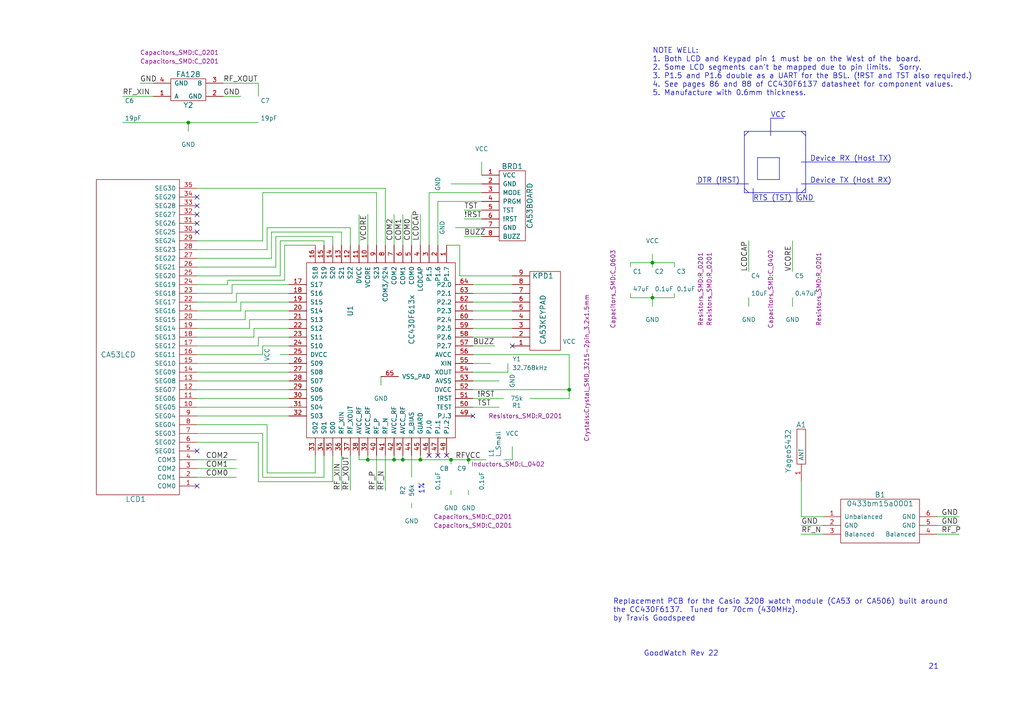
<source format=kicad_sch>
(kicad_sch (version 20230121) (generator eeschema)
  (paper "A4")
  (lib_symbols
    (symbol "goodwatch22:0433bm15a0001" (pin_names (offset 1.016))
      (property "Reference" "U" (at -1.27 10.16 0))
      (property "Value" "0433bm15a0001" (at -1.27 7.62 0))
      (symbol "0433bm15a0001_0_1"
        (rectangle (start -12.7 -3.81) (end 10.16 8.89))
      )
      (symbol "0433bm15a0001_1_1"
        (pin input line (at -17.78 3.81 0) (length 5.08) (name "Unbalanced") (number "1"))
        (pin input line (at -17.78 1.27 0) (length 5.08) (name "GND") (number "2"))
        (pin input line (at -17.78 -1.27 0) (length 5.08) (name "Balanced") (number "3"))
        (pin input line (at 15.24 -1.27 180) (length 5.08) (name "Balanced") (number "4"))
        (pin input line (at 15.24 1.27 180) (length 5.08) (name "GND") (number "5"))
        (pin input line (at 15.24 3.81 180) (length 5.08) (name "GND") (number "6"))
      )
    )
    (symbol "goodwatch22:CA53BOARD" (pin_names (offset 1.016))
      (property "Reference" "BRD" (at 12.7 -7.62 0))
      (property "Value" "CA53BOARD" (at 11.43 17.78 0))
      (symbol "CA53BOARD_0_1"
        (rectangle (start 8.89 -6.35) (end 16.51 13.97))
      )
      (symbol "CA53BOARD_1_1"
        (pin power_out line (at 3.81 12.7 0) (length 5.08) (name "VCC") (number "1"))
        (pin power_out line (at 3.81 10.16 0) (length 5.08) (name "GND") (number "2"))
        (pin output line (at 3.81 7.62 0) (length 5.08) (name "MODE") (number "3"))
        (pin output line (at 3.81 5.08 0) (length 5.08) (name "PRGM") (number "4"))
        (pin input line (at 3.81 2.54 0) (length 5.08) (name "TST") (number "5"))
        (pin input line (at 3.81 0 0) (length 5.08) (name "!RST") (number "6"))
        (pin input line (at 3.81 -2.54 0) (length 5.08) (name "GND") (number "7"))
        (pin input line (at 3.81 -5.08 0) (length 5.08) (name "BUZZ") (number "8"))
      )
    )
    (symbol "goodwatch22:CA53KEYPAD" (pin_names (offset 1.016))
      (property "Reference" "KPD" (at 3.81 -10.16 0))
      (property "Value" "CA53KEYPAD" (at 3.81 2.54 90))
      (symbol "CA53KEYPAD_0_1"
        (rectangle (start 0 11.43) (end 8.89 -11.43))
      )
      (symbol "CA53KEYPAD_1_1"
        (pin input line (at -5.08 10.16 0) (length 5.08) (name "~") (number "1"))
        (pin input line (at -5.08 7.62 0) (length 5.08) (name "~") (number "2"))
        (pin input line (at -5.08 5.08 0) (length 5.08) (name "~") (number "3"))
        (pin input line (at -5.08 2.54 0) (length 5.08) (name "~") (number "4"))
        (pin input line (at -5.08 0 0) (length 5.08) (name "~") (number "5"))
        (pin input line (at -5.08 -2.54 0) (length 5.08) (name "~") (number "6"))
        (pin input line (at -5.08 -5.08 0) (length 5.08) (name "~") (number "7"))
        (pin input line (at -5.08 -7.62 0) (length 5.08) (name "~") (number "8"))
        (pin input line (at -5.08 -10.16 0) (length 5.08) (name "~") (number "9"))
      )
    )
    (symbol "goodwatch22:CA53LCD" (pin_names (offset 1.016))
      (property "Reference" "LCD" (at -5.08 45.72 0))
      (property "Value" "CA53LCD" (at 0 3.81 0))
      (symbol "CA53LCD_0_1"
        (rectangle (start 6.35 -46.99) (end -17.78 44.45))
      )
      (symbol "CA53LCD_1_1"
        (pin input line (at -22.86 41.91 0) (length 5.08) (name "COM0") (number "1"))
        (pin input line (at -22.86 19.05 0) (length 5.08) (name "SEG05") (number "10"))
        (pin input line (at -22.86 16.51 0) (length 5.08) (name "SEG06") (number "11"))
        (pin input line (at -22.86 13.97 0) (length 5.08) (name "SEG07") (number "12"))
        (pin input line (at -22.86 11.43 0) (length 5.08) (name "SEG08") (number "13"))
        (pin input line (at -22.86 8.89 0) (length 5.08) (name "SEG09") (number "14"))
        (pin input line (at -22.86 6.35 0) (length 5.08) (name "SEG10") (number "15"))
        (pin input line (at -22.86 3.81 0) (length 5.08) (name "SEG11") (number "16"))
        (pin input line (at -22.86 1.27 0) (length 5.08) (name "SEG12") (number "17"))
        (pin input line (at -22.86 -1.27 0) (length 5.08) (name "SEG13") (number "18"))
        (pin input line (at -22.86 -3.81 0) (length 5.08) (name "SEG14") (number "19"))
        (pin input line (at -22.86 39.37 0) (length 5.08) (name "COM1") (number "2"))
        (pin input line (at -22.86 -6.35 0) (length 5.08) (name "SEG15") (number "20"))
        (pin input line (at -22.86 -8.89 0) (length 5.08) (name "SEG16") (number "21"))
        (pin input line (at -22.86 -11.43 0) (length 5.08) (name "SEG17") (number "22"))
        (pin input line (at -22.86 -13.97 0) (length 5.08) (name "SEG18") (number "23"))
        (pin input line (at -22.86 -16.51 0) (length 5.08) (name "SEG19") (number "24"))
        (pin input line (at -22.86 -19.05 0) (length 5.08) (name "SEG20") (number "25"))
        (pin input line (at -22.86 -21.59 0) (length 5.08) (name "SEG21") (number "26"))
        (pin input line (at -22.86 -24.13 0) (length 5.08) (name "SEG22") (number "27"))
        (pin input line (at -22.86 -26.67 0) (length 5.08) (name "SEG23") (number "28"))
        (pin input line (at -22.86 -29.21 0) (length 5.08) (name "SEG24") (number "29"))
        (pin input line (at -22.86 36.83 0) (length 5.08) (name "COM2") (number "3"))
        (pin input line (at -22.86 -31.75 0) (length 5.08) (name "SEG25") (number "30"))
        (pin input line (at -22.86 -34.29 0) (length 5.08) (name "SEG26") (number "31"))
        (pin input line (at -22.86 -36.83 0) (length 5.08) (name "SEG27") (number "32"))
        (pin input line (at -22.86 -39.37 0) (length 5.08) (name "SEG28") (number "33"))
        (pin input line (at -22.86 -41.91 0) (length 5.08) (name "SEG29") (number "34"))
        (pin input line (at -22.86 -44.45 0) (length 5.08) (name "SEG30") (number "35"))
        (pin input line (at -22.86 34.29 0) (length 5.08) (name "COM3") (number "4"))
        (pin input line (at -22.86 31.75 0) (length 5.08) (name "SEG01") (number "5"))
        (pin input line (at -22.86 29.21 0) (length 5.08) (name "SEG02") (number "6"))
        (pin input line (at -22.86 26.67 0) (length 5.08) (name "SEG03") (number "7"))
        (pin input line (at -22.86 24.13 0) (length 5.08) (name "SEG04") (number "8"))
        (pin input line (at -22.86 21.59 0) (length 5.08) (name "SEG04") (number "9"))
      )
    )
    (symbol "goodwatch22:CC430F613x" (pin_names (offset 1.016))
      (property "Reference" "U" (at -11.43 -8.89 0))
      (property "Value" "CC430F613x" (at -8.89 8.89 0))
      (symbol "CC430F613x_0_1"
        (rectangle (start 25.4 -21.59) (end -25.4 21.59))
      )
      (symbol "CC430F613x_1_1"
        (pin tri_state line (at -30.48 19.05 0) (length 5.08) (name "P1.7") (number "1"))
        (pin power_out line (at -30.48 -3.81 0) (length 5.08) (name "VCORE") (number "10"))
        (pin power_in line (at -30.48 -6.35 0) (length 5.08) (name "DVCC") (number "11"))
        (pin output line (at -30.48 -8.89 0) (length 5.08) (name "S22") (number "12"))
        (pin output line (at -30.48 -11.43 0) (length 5.08) (name "S21") (number "13"))
        (pin output line (at -30.48 -13.97 0) (length 5.08) (name "S20") (number "14"))
        (pin output line (at -30.48 -16.51 0) (length 5.08) (name "S19") (number "15"))
        (pin output line (at -30.48 -19.05 0) (length 5.08) (name "S18") (number "16"))
        (pin output line (at -19.05 -26.67 90) (length 5.08) (name "S17") (number "17"))
        (pin output line (at -16.51 -26.67 90) (length 5.08) (name "S16") (number "18"))
        (pin output line (at -13.97 -26.67 90) (length 5.08) (name "S15") (number "19"))
        (pin tri_state line (at -30.48 16.51 0) (length 5.08) (name "P1.6") (number "2"))
        (pin output line (at -11.43 -26.67 90) (length 5.08) (name "S14") (number "20"))
        (pin output line (at -8.89 -26.67 90) (length 5.08) (name "S13") (number "21"))
        (pin output line (at -6.35 -26.67 90) (length 5.08) (name "S12") (number "22"))
        (pin output line (at -3.81 -26.67 90) (length 5.08) (name "S11") (number "23"))
        (pin output line (at -1.27 -26.67 90) (length 5.08) (name "S10") (number "24"))
        (pin power_in line (at 1.27 -26.67 90) (length 5.08) (name "DVCC") (number "25"))
        (pin output line (at 3.81 -26.67 90) (length 5.08) (name "S09") (number "26"))
        (pin output line (at 6.35 -26.67 90) (length 5.08) (name "S08") (number "27"))
        (pin output line (at 8.89 -26.67 90) (length 5.08) (name "S07") (number "28"))
        (pin output line (at 11.43 -26.67 90) (length 5.08) (name "S06") (number "29"))
        (pin tri_state line (at -30.48 13.97 0) (length 5.08) (name "P1.5") (number "3"))
        (pin output line (at 13.97 -26.67 90) (length 5.08) (name "S05") (number "30"))
        (pin output line (at 16.51 -26.67 90) (length 5.08) (name "S04") (number "31"))
        (pin output line (at 19.05 -26.67 90) (length 5.08) (name "S03") (number "32"))
        (pin output line (at 30.48 -19.05 180) (length 5.08) (name "S02") (number "33"))
        (pin output line (at 30.48 -16.51 180) (length 5.08) (name "S01") (number "34"))
        (pin output line (at 30.48 -13.97 180) (length 5.08) (name "S00") (number "35"))
        (pin input line (at 30.48 -11.43 180) (length 5.08) (name "RF_XIN") (number "36"))
        (pin input line (at 30.48 -8.89 180) (length 5.08) (name "RF_XOUT") (number "37"))
        (pin power_in line (at 30.48 -6.35 180) (length 5.08) (name "AVCC_RF") (number "38"))
        (pin power_in line (at 30.48 -3.81 180) (length 5.08) (name "AVCC_RF") (number "39"))
        (pin input line (at -30.48 11.43 0) (length 5.08) (name "LCDCAP") (number "4"))
        (pin output line (at 30.48 -1.27 180) (length 5.08) (name "RF_P") (number "40"))
        (pin output line (at 30.48 1.27 180) (length 5.08) (name "RF_N") (number "41"))
        (pin power_in line (at 30.48 3.81 180) (length 5.08) (name "AVCC_RF") (number "42"))
        (pin power_in line (at 30.48 6.35 180) (length 5.08) (name "AVCC_RF") (number "43"))
        (pin input line (at 30.48 8.89 180) (length 5.08) (name "R_BIAS") (number "44"))
        (pin input line (at 30.48 11.43 180) (length 5.08) (name "GUARD") (number "45"))
        (pin tri_state line (at 30.48 13.97 180) (length 5.08) (name "PJ.0") (number "46"))
        (pin tri_state line (at 30.48 16.51 180) (length 5.08) (name "PJ.1") (number "47"))
        (pin tri_state line (at 30.48 19.05 180) (length 5.08) (name "PJ.2") (number "48"))
        (pin tri_state line (at 19.05 26.67 270) (length 5.08) (name "PJ.3") (number "49"))
        (pin output line (at -30.48 8.89 0) (length 5.08) (name "COM0") (number "5"))
        (pin input line (at 16.51 26.67 270) (length 5.08) (name "TEST") (number "50"))
        (pin input line (at 13.97 26.67 270) (length 5.08) (name "!RST") (number "51"))
        (pin power_in line (at 11.43 26.67 270) (length 5.08) (name "DVCC") (number "52"))
        (pin power_in line (at 8.89 26.67 270) (length 5.08) (name "AVSS") (number "53"))
        (pin output line (at 6.35 26.67 270) (length 5.08) (name "XOUT") (number "54"))
        (pin input line (at 3.81 26.67 270) (length 5.08) (name "XIN") (number "55"))
        (pin power_in line (at 1.27 26.67 270) (length 5.08) (name "AVCC") (number "56"))
        (pin tri_state line (at -1.27 26.67 270) (length 5.08) (name "P2.7") (number "57"))
        (pin tri_state line (at -3.81 26.67 270) (length 5.08) (name "P2.6") (number "58"))
        (pin tri_state line (at -6.35 26.67 270) (length 5.08) (name "P2.5") (number "59"))
        (pin output line (at -30.48 6.35 0) (length 5.08) (name "COM1") (number "6"))
        (pin tri_state line (at -8.89 26.67 270) (length 5.08) (name "P2.4") (number "60"))
        (pin tri_state line (at -11.43 26.67 270) (length 5.08) (name "P2.3") (number "61"))
        (pin tri_state line (at -13.97 26.67 270) (length 5.08) (name "P2.2") (number "62"))
        (pin tri_state line (at -16.51 26.67 270) (length 5.08) (name "P2.1") (number "63"))
        (pin tri_state line (at -19.05 26.67 270) (length 5.08) (name "P2.0") (number "64"))
        (pin power_in line (at 7.62 0 90) (length 5.08) (name "VSS_PAD") (number "65"))
        (pin output line (at -30.48 3.81 0) (length 5.08) (name "COM2") (number "7"))
        (pin output line (at -30.48 1.27 0) (length 5.08) (name "COM3/S24") (number "8"))
        (pin output line (at -30.48 -1.27 0) (length 5.08) (name "S23") (number "9"))
      )
    )
    (symbol "goodwatch22:FA128" (pin_names (offset 1.016))
      (property "Reference" "X" (at 0 -5.08 0))
      (property "Value" "FA128" (at 0 3.81 0))
      (symbol "FA128_0_1"
        (rectangle (start -5.08 -3.81) (end 5.08 2.54))
      )
      (symbol "FA128_1_1"
        (pin input line (at -10.16 -2.54 0) (length 5.08) (name "A") (number "1"))
        (pin input line (at 10.16 -2.54 180) (length 5.08) (name "GND") (number "2"))
        (pin input line (at 10.16 1.27 180) (length 5.08) (name "B") (number "3"))
        (pin input line (at -10.16 1.27 0) (length 5.08) (name "GND") (number "4"))
      )
    )
    (symbol "goodwatch22:YageoS432" (pin_names (offset 1.016))
      (property "Reference" "A" (at 0 -7.62 0))
      (property "Value" "YageoS432" (at -3.81 2.54 90))
      (symbol "YageoS432_0_1"
        (rectangle (start -1.27 -1.27) (end 1.27 8.89))
      )
      (symbol "YageoS432_1_1"
        (pin input line (at 0 -6.35 90) (length 5.08) (name "ANT") (number "1"))
      )
    )
  )
  (junction (at 106.68 133.35))
  (junction (at 130.81 133.35))
  (junction (at 121.92 133.35))
  (junction (at 116.84 133.35))
  (junction (at 54.61 35.56))
  (junction (at 114.3 133.35))
  (junction (at 189.23 76.2))
  (junction (at 135.89 133.35))
  (junction (at 189.23 86.36))
  (junction (at 165.1 113.03))
  (no_connect (at 57.15 57.15))
  (no_connect (at 57.15 59.69))
  (no_connect (at 57.15 130.81))
  (no_connect (at 57.15 67.31))
  (no_connect (at 57.15 64.77))
  (no_connect (at 124.46 132.08))
  (no_connect (at 129.54 132.08))
  (no_connect (at 127 132.08))
  (no_connect (at 137.16 120.65))
  (no_connect (at 57.15 140.97))
  (no_connect (at 148.59 100.33))
  (no_connect (at 57.15 62.23))
  (wire (pts (xy 74.93 128.27) (xy 57.15 128.27)))
  (wire (pts (xy 82.55 81.28) (xy 66.04 81.28)))
  (wire (pts (xy 57.15 138.43) (xy 68.58 138.43)))
  (wire (pts (xy 229.87 78.74) (xy 229.87 69.85)))
  (wire (pts (xy 148.59 80.01) (xy 133.35 80.01)))
  (polyline (pts (xy 215.9 55.88) (xy 215.9 38.1)))
  (wire (pts (xy 66.04 81.28) (xy 66.04 82.55)))
  (wire (pts (xy 77.47 72.39) (xy 57.15 72.39)))
  (wire (pts (xy 116.84 132.08) (xy 116.84 133.35)))
  (wire (pts (xy 111.76 132.08) (xy 111.76 142.24)))
  (polyline (pts (xy 219.71 45.72) (xy 226.06 45.72)))
  (wire (pts (xy 116.84 71.12) (xy 116.84 62.23)))
  (polyline (pts (xy 233.68 38.1) (xy 233.68 55.88)))
  (wire (pts (xy 91.44 132.08) (xy 91.44 137.16)))
  (wire (pts (xy 130.81 143.51) (xy 130.81 142.24)))
  (wire (pts (xy 83.82 100.33) (xy 76.2 100.33)))
  (wire (pts (xy 72.39 92.71) (xy 72.39 95.25)))
  (wire (pts (xy 147.32 107.95) (xy 147.32 105.41)))
  (wire (pts (xy 111.76 54.61) (xy 57.15 54.61)))
  (wire (pts (xy 74.93 24.13) (xy 74.93 27.94)))
  (wire (pts (xy 119.38 147.32) (xy 119.38 146.05)))
  (wire (pts (xy 81.28 80.01) (xy 57.15 80.01)))
  (wire (pts (xy 127 71.12) (xy 127 58.42)))
  (wire (pts (xy 69.85 90.17) (xy 57.15 90.17)))
  (wire (pts (xy 135.89 134.62) (xy 135.89 133.35)))
  (wire (pts (xy 101.6 71.12) (xy 101.6 66.04)))
  (wire (pts (xy 106.68 62.23) (xy 106.68 71.12)))
  (wire (pts (xy 106.68 132.08) (xy 106.68 133.35)))
  (polyline (pts (xy 232.41 46.99) (xy 257.81 46.99)))
  (wire (pts (xy 127 58.42) (xy 139.7 58.42)))
  (wire (pts (xy 195.58 86.36) (xy 195.58 85.09)))
  (wire (pts (xy 182.88 85.09) (xy 182.88 86.36)))
  (wire (pts (xy 83.82 82.55) (xy 67.31 82.55)))
  (wire (pts (xy 165.1 102.87) (xy 165.1 113.03)))
  (wire (pts (xy 114.3 71.12) (xy 114.3 62.23)))
  (wire (pts (xy 137.16 90.17) (xy 148.59 90.17)))
  (wire (pts (xy 72.39 95.25) (xy 57.15 95.25)))
  (wire (pts (xy 110.49 109.22) (xy 110.49 111.76)))
  (wire (pts (xy 139.7 60.96) (xy 134.62 60.96)))
  (wire (pts (xy 189.23 85.09) (xy 189.23 86.36)))
  (wire (pts (xy 76.2 125.73) (xy 57.15 125.73)))
  (polyline (pts (xy 218.44 58.42) (xy 229.87 58.42)))
  (wire (pts (xy 35.56 35.56) (xy 54.61 35.56)))
  (polyline (pts (xy 233.68 55.88) (xy 215.9 55.88)))
  (wire (pts (xy 96.52 71.12) (xy 96.52 68.58)))
  (wire (pts (xy 64.77 24.13) (xy 74.93 24.13)))
  (wire (pts (xy 271.78 152.4) (xy 278.13 152.4)))
  (wire (pts (xy 137.16 95.25) (xy 148.59 95.25)))
  (wire (pts (xy 137.16 85.09) (xy 148.59 85.09)))
  (wire (pts (xy 148.59 92.71) (xy 137.16 92.71)))
  (wire (pts (xy 116.84 133.35) (xy 121.92 133.35)))
  (wire (pts (xy 148.59 133.35) (xy 148.59 129.54)))
  (wire (pts (xy 148.59 97.79) (xy 137.16 97.79)))
  (wire (pts (xy 76.2 100.33) (xy 76.2 102.87)))
  (wire (pts (xy 74.93 100.33) (xy 57.15 100.33)))
  (wire (pts (xy 135.89 133.35) (xy 140.97 133.35)))
  (wire (pts (xy 77.47 137.16) (xy 77.47 123.19)))
  (wire (pts (xy 64.77 27.94) (xy 69.85 27.94)))
  (polyline (pts (xy 219.71 52.07) (xy 219.71 45.72)))
  (wire (pts (xy 57.15 105.41) (xy 83.82 105.41)))
  (wire (pts (xy 83.82 113.03) (xy 57.15 113.03)))
  (wire (pts (xy 137.16 110.49) (xy 144.78 110.49)))
  (wire (pts (xy 73.66 95.25) (xy 73.66 97.79)))
  (wire (pts (xy 134.62 63.5) (xy 139.7 63.5)))
  (wire (pts (xy 80.01 68.58) (xy 80.01 77.47)))
  (wire (pts (xy 83.82 97.79) (xy 74.93 97.79)))
  (wire (pts (xy 76.2 102.87) (xy 57.15 102.87)))
  (wire (pts (xy 130.81 134.62) (xy 130.81 133.35)))
  (wire (pts (xy 238.76 154.94) (xy 232.41 154.94)))
  (wire (pts (xy 80.01 77.47) (xy 57.15 77.47)))
  (wire (pts (xy 93.98 71.12) (xy 93.98 69.85)))
  (polyline (pts (xy 215.9 38.1) (xy 233.68 38.1)))
  (wire (pts (xy 119.38 132.08) (xy 119.38 138.43)))
  (wire (pts (xy 119.38 71.12) (xy 119.38 62.23)))
  (wire (pts (xy 93.98 132.08) (xy 93.98 138.43)))
  (wire (pts (xy 82.55 71.12) (xy 82.55 81.28)))
  (wire (pts (xy 71.12 90.17) (xy 71.12 92.71)))
  (wire (pts (xy 91.44 137.16) (xy 77.47 137.16)))
  (wire (pts (xy 99.06 71.12) (xy 99.06 67.31)))
  (wire (pts (xy 91.44 71.12) (xy 82.55 71.12)))
  (wire (pts (xy 78.74 74.93) (xy 57.15 74.93)))
  (wire (pts (xy 81.28 102.87) (xy 83.82 102.87)))
  (wire (pts (xy 189.23 86.36) (xy 195.58 86.36)))
  (wire (pts (xy 76.2 69.85) (xy 57.15 69.85)))
  (wire (pts (xy 77.47 66.04) (xy 77.47 72.39)))
  (wire (pts (xy 73.66 97.79) (xy 57.15 97.79)))
  (wire (pts (xy 77.47 123.19) (xy 57.15 123.19)))
  (wire (pts (xy 238.76 152.4) (xy 232.41 152.4)))
  (wire (pts (xy 104.14 62.23) (xy 104.14 71.12)))
  (wire (pts (xy 217.17 88.9) (xy 217.17 86.36)))
  (wire (pts (xy 83.82 95.25) (xy 73.66 95.25)))
  (wire (pts (xy 195.58 76.2) (xy 195.58 77.47)))
  (wire (pts (xy 57.15 133.35) (xy 68.58 133.35)))
  (wire (pts (xy 139.7 53.34) (xy 130.81 53.34)))
  (polyline (pts (xy 232.41 53.34) (xy 257.81 53.34)))
  (wire (pts (xy 69.85 87.63) (xy 69.85 90.17)))
  (polyline (pts (xy 226.06 45.72) (xy 226.06 52.07)))
  (wire (pts (xy 135.89 143.51) (xy 135.89 142.24)))
  (wire (pts (xy 133.35 80.01) (xy 133.35 71.12)))
  (wire (pts (xy 137.16 118.11) (xy 144.78 118.11)))
  (wire (pts (xy 81.28 69.85) (xy 81.28 80.01)))
  (wire (pts (xy 124.46 55.88) (xy 139.7 55.88)))
  (wire (pts (xy 83.82 118.11) (xy 57.15 118.11)))
  (wire (pts (xy 139.7 66.04) (xy 132.08 66.04)))
  (wire (pts (xy 57.15 135.89) (xy 68.58 135.89)))
  (wire (pts (xy 68.58 85.09) (xy 68.58 87.63)))
  (wire (pts (xy 189.23 73.66) (xy 189.23 76.2)))
  (wire (pts (xy 83.82 120.65) (xy 57.15 120.65)))
  (wire (pts (xy 139.7 50.8) (xy 139.7 46.99)))
  (wire (pts (xy 78.74 67.31) (xy 78.74 74.93)))
  (wire (pts (xy 124.46 71.12) (xy 124.46 55.88)))
  (wire (pts (xy 271.78 154.94) (xy 278.13 154.94)))
  (wire (pts (xy 133.35 71.12) (xy 129.54 71.12)))
  (wire (pts (xy 182.88 77.47) (xy 182.88 76.2)))
  (wire (pts (xy 232.41 139.7) (xy 232.41 149.86)))
  (wire (pts (xy 134.62 68.58) (xy 139.7 68.58)))
  (polyline (pts (xy 223.52 34.29) (xy 227.33 34.29)))
  (wire (pts (xy 76.2 138.43) (xy 76.2 125.73)))
  (wire (pts (xy 99.06 67.31) (xy 78.74 67.31)))
  (wire (pts (xy 137.16 100.33) (xy 143.51 100.33)))
  (wire (pts (xy 83.82 110.49) (xy 57.15 110.49)))
  (wire (pts (xy 83.82 92.71) (xy 72.39 92.71)))
  (wire (pts (xy 44.45 27.94) (xy 35.56 27.94)))
  (wire (pts (xy 96.52 139.7) (xy 74.93 139.7)))
  (wire (pts (xy 104.14 133.35) (xy 106.68 133.35)))
  (polyline (pts (xy 223.52 39.37) (xy 223.52 34.29)))
  (wire (pts (xy 106.68 133.35) (xy 114.3 133.35)))
  (wire (pts (xy 130.81 133.35) (xy 135.89 133.35)))
  (wire (pts (xy 54.61 38.1) (xy 54.61 35.56)))
  (wire (pts (xy 71.12 92.71) (xy 57.15 92.71)))
  (wire (pts (xy 44.45 24.13) (xy 40.64 24.13)))
  (wire (pts (xy 148.59 133.35) (xy 146.05 133.35)))
  (wire (pts (xy 104.14 132.08) (xy 104.14 133.35)))
  (wire (pts (xy 114.3 133.35) (xy 116.84 133.35)))
  (wire (pts (xy 99.06 132.08) (xy 99.06 142.24)))
  (wire (pts (xy 137.16 115.57) (xy 146.05 115.57)))
  (wire (pts (xy 96.52 132.08) (xy 96.52 139.7)))
  (polyline (pts (xy 232.41 55.88) (xy 233.68 54.61)))
  (polyline (pts (xy 218.44 54.61) (xy 218.44 58.42)))
  (wire (pts (xy 137.16 105.41) (xy 142.24 105.41)))
  (wire (pts (xy 229.87 86.36) (xy 229.87 88.9)))
  (wire (pts (xy 189.23 76.2) (xy 195.58 76.2)))
  (wire (pts (xy 182.88 76.2) (xy 189.23 76.2)))
  (wire (pts (xy 101.6 132.08) (xy 101.6 142.24)))
  (polyline (pts (xy 201.93 53.34) (xy 217.17 53.34)))
  (wire (pts (xy 137.16 107.95) (xy 147.32 107.95)))
  (wire (pts (xy 74.93 97.79) (xy 74.93 100.33)))
  (wire (pts (xy 232.41 149.86) (xy 238.76 149.86)))
  (wire (pts (xy 217.17 78.74) (xy 217.17 69.85)))
  (wire (pts (xy 189.23 86.36) (xy 189.23 88.9)))
  (wire (pts (xy 109.22 55.88) (xy 76.2 55.88)))
  (wire (pts (xy 137.16 113.03) (xy 165.1 113.03)))
  (wire (pts (xy 137.16 102.87) (xy 165.1 102.87)))
  (wire (pts (xy 101.6 66.04) (xy 77.47 66.04)))
  (wire (pts (xy 121.92 71.12) (xy 121.92 62.23)))
  (polyline (pts (xy 231.14 54.61) (xy 231.14 58.42)))
  (wire (pts (xy 83.82 107.95) (xy 57.15 107.95)))
  (wire (pts (xy 148.59 82.55) (xy 137.16 82.55)))
  (wire (pts (xy 83.82 87.63) (xy 69.85 87.63)))
  (wire (pts (xy 93.98 138.43) (xy 76.2 138.43)))
  (wire (pts (xy 83.82 85.09) (xy 68.58 85.09)))
  (wire (pts (xy 68.58 87.63) (xy 57.15 87.63)))
  (polyline (pts (xy 226.06 52.07) (xy 219.71 52.07)))
  (polyline (pts (xy 233.68 39.37) (xy 232.41 38.1)))
  (wire (pts (xy 148.59 87.63) (xy 137.16 87.63)))
  (wire (pts (xy 67.31 82.55) (xy 67.31 85.09)))
  (wire (pts (xy 74.93 139.7) (xy 74.93 128.27)))
  (wire (pts (xy 93.98 69.85) (xy 81.28 69.85)))
  (wire (pts (xy 67.31 85.09) (xy 57.15 85.09)))
  (wire (pts (xy 76.2 55.88) (xy 76.2 69.85)))
  (polyline (pts (xy 215.9 54.61) (xy 217.17 55.88)))
  (wire (pts (xy 109.22 132.08) (xy 109.22 142.24)))
  (polyline (pts (xy 217.17 38.1) (xy 215.9 39.37)))
  (wire (pts (xy 165.1 113.03) (xy 165.1 115.57)))
  (wire (pts (xy 83.82 90.17) (xy 71.12 90.17)))
  (wire (pts (xy 111.76 71.12) (xy 111.76 54.61)))
  (wire (pts (xy 271.78 149.86) (xy 278.13 149.86)))
  (wire (pts (xy 66.04 82.55) (xy 57.15 82.55)))
  (wire (pts (xy 121.92 133.35) (xy 130.81 133.35)))
  (wire (pts (xy 114.3 132.08) (xy 114.3 133.35)))
  (wire (pts (xy 109.22 71.12) (xy 109.22 55.88)))
  (wire (pts (xy 83.82 115.57) (xy 57.15 115.57)))
  (wire (pts (xy 165.1 115.57) (xy 153.67 115.57)))
  (wire (pts (xy 121.92 132.08) (xy 121.92 133.35)))
  (wire (pts (xy 189.23 76.2) (xy 189.23 77.47)))
  (wire (pts (xy 96.52 68.58) (xy 80.01 68.58)))
  (wire (pts (xy 54.61 35.56) (xy 74.93 35.56)))
  (polyline (pts (xy 231.14 58.42) (xy 236.22 58.42)))
  (wire (pts (xy 182.88 86.36) (xy 189.23 86.36)))
  (text "VCC" (at 223.52 34.29 0) (effects (font (size 1.524 1.524)) (justify left bottom)))
  (text "GoodWatch Rev 22" (at 186.69 190.5 0) (effects (font (size 1.524 1.524)) (justify left bottom)))
  (text "Replacement PCB for the Casio 3208 watch module (CA53 or CA506) built around\nthe CC430F6137.  Tuned for 70cm (430MHz).\nby Travis Goodspeed" (at 177.8 180.34 0) (effects (font (size 1.524 1.524)) (justify left bottom)))
  (text "GND" (at 231.14 58.42 0) (effects (font (size 1.524 1.524)) (justify left bottom)))
  (text "NOTE WELL:\n1. Both LCD and Keypad pin 1 must be on the West of the board.\n2. Some LCD segments can't be mapped due to pin limits.  Sorry.\n3. P1.5 and P1.6 double as a UART for the BSL. (!RST and TST also required.)\n4. See pages 86 and 88 of CC430F6137 datasheet for component values.\n5. Manufacture with 0.6mm thickness. " (at 189.23 27.94 0) (effects (font (size 1.524 1.524)) (justify left bottom)))
  (text "DTR (!RST)" (at 214.63 53.34 0) (effects (font (size 1.524 1.524)) (justify right bottom)))
  (text "RTS (TST)" (at 218.44 58.42 0) (effects (font (size 1.524 1.524)) (justify left bottom)))
  (text "21" (at 269.24 194.31 0) (effects (font (size 1.524 1.524)) (justify left bottom)))
  (text "Device TX (Host RX)" (at 234.95 53.34 0) (effects (font (size 1.524 1.524)) (justify left bottom)))
  (text "1%" (at 123.19 143.51 90) (effects (font (size 1.524 1.524)) (justify left bottom)))
  (text "Device RX (Host TX)" (at 234.95 46.99 0) (effects (font (size 1.524 1.524)) (justify left bottom)))
  (label "!RST" (at 138.43 115.57 0) (effects (font (size 1.524 1.524))))
  (label "VCORE" (at 106.68 69.85 90) (effects (font (size 1.524 1.524))))
  (label "TST" (at 138.43 118.11 0) (effects (font (size 1.524 1.524))))
  (label "BUZZ" (at 134.62 68.58 0) (effects (font (size 1.524 1.524))))
  (label "RF_N" (at 111.76 142.24 90) (effects (font (size 1.524 1.524))))
  (label "RF_XOUT" (at 101.6 142.24 90) (effects (font (size 1.524 1.524))))
  (label "GND" (at 273.05 152.4 0) (effects (font (size 1.524 1.524))))
  (label "TST" (at 134.62 60.96 0) (effects (font (size 1.524 1.524))))
  (label "RFVCC" (at 132.08 133.35 0) (effects (font (size 1.524 1.524))))
  (label "GND" (at 232.41 152.4 0) (effects (font (size 1.524 1.524))))
  (label "COM1" (at 59.69 135.89 0) (effects (font (size 1.524 1.524))))
  (label "RF_XOUT" (at 64.77 24.13 0) (effects (font (size 1.524 1.524))))
  (label "COM0" (at 119.38 69.85 90) (effects (font (size 1.524 1.524))))
  (label "COM2" (at 59.69 133.35 0) (effects (font (size 1.524 1.524))))
  (label "RF_XIN" (at 35.56 27.94 0) (effects (font (size 1.524 1.524))))
  (label "COM1" (at 116.84 69.85 90) (effects (font (size 1.524 1.524))))
  (label "LCDCAP" (at 121.92 69.85 90) (effects (font (size 1.524 1.524))))
  (label "RF_N" (at 232.41 154.94 0) (effects (font (size 1.524 1.524))))
  (label "RF_XIN" (at 99.06 142.24 90) (effects (font (size 1.524 1.524))))
  (label "LCDCAP" (at 217.17 78.74 90) (effects (font (size 1.524 1.524))))
  (label "GND" (at 273.05 149.86 0) (effects (font (size 1.524 1.524))))
  (label "BUZZ" (at 137.16 100.33 0) (effects (font (size 1.524 1.524))))
  (label "GND" (at 40.64 24.13 0) (effects (font (size 1.524 1.524))))
  (label "RF_P" (at 109.22 142.24 90) (effects (font (size 1.524 1.524))))
  (label "VCORE" (at 229.87 78.74 90) (effects (font (size 1.524 1.524))))
  (label "COM2" (at 114.3 69.85 90) (effects (font (size 1.524 1.524))))
  (label "!RST" (at 134.62 63.5 0) (effects (font (size 1.524 1.524))))
  (label "COM0" (at 59.69 138.43 0) (effects (font (size 1.524 1.524))))
  (label "RF_P" (at 273.05 154.94 0) (effects (font (size 1.524 1.524))))
  (label "GND" (at 64.77 27.94 0) (effects (font (size 1.524 1.524))))
  (symbol (lib_id "goodwatch22:CA53LCD") (at 34.29 99.06 180) (unit 1)
    (property "Reference" "LCD1" (at 39.37 144.78 0) (effects (font (size 1.524 1.524))))
    (property "Value" "CA53LCD" (at 34.29 102.87 0) (effects (font (size 1.524 1.524))))
    (property "Footprint" "AAgoodwatch22:ca53lcd" (effects hide))
  )
  (symbol (lib_id "goodwatch22:CC430F613x") (at 110.49 101.6 270) (unit 1)
    (property "Reference" "U1" (at 101.6 90.17 0) (effects (font (size 1.524 1.524))))
    (property "Value" "CC430F613x" (at 119.38 92.71 0) (effects (font (size 1.524 1.524))))
    (property "Footprint" "GoodWatch20:CC430F613x" (effects hide))
  )
  (symbol (lib_id "goodwatch22:CA53KEYPAD") (at 153.67 90.17 0) (mirror x) (unit 1)
    (property "Reference" "KPD1" (at 157.48 80.01 0) (effects (font (size 1.524 1.524))))
    (property "Value" "CA53KEYPAD" (at 157.48 92.71 90) (effects (font (size 1.524 1.524))))
    (property "Footprint" "GoodWatch20:ca53keypad" (effects hide))
  )
  (symbol (lib_id "goodwatch22:CA53BOARD") (at 135.89 63.5 0) (unit 1)
    (property "Reference" "BRD1" (at 148.59 48.26 0) (effects (font (size 1.524 1.524))))
    (property "Value" "CA53BOARD" (at 153.67 59.69 90) (effects (font (size 1.524 1.524))))
    (property "Footprint" "GoodWatch20:ca53board" (effects hide))
  )
  (symbol (lib_id "GND") (at 110.49 111.76 0) (unit 1)
    (property "Reference" "#PWR01" (effects hide))
    (property "Value" "GND" (at 110.49 115.57 0))
  )
  (symbol (lib_id "GND") (at 130.81 53.34 270) (unit 1)
    (property "Reference" "#PWR02" (effects hide))
    (property "Value" "GND" (at 127 53.34 0))
  )
  (symbol (lib_id "VCC") (at 139.7 46.99 0) (unit 1)
    (property "Reference" "#PWR03" (effects hide))
    (property "Value" "VCC" (at 139.7 43.18 0))
  )
  (symbol (lib_id "VCC") (at 104.14 62.23 0) (unit 1)
    (property "Reference" "#PWR04" (effects hide))
    (property "Value" "VCC" (at 104.14 58.42 0))
  )
  (symbol (lib_id "VCC") (at 165.1 102.87 0) (unit 1)
    (property "Reference" "#PWR05" (effects hide))
    (property "Value" "VCC" (at 165.1 99.06 0))
  )
  (symbol (lib_id "Crystal_Small") (at 144.78 105.41 0) (unit 1)
    (property "Reference" "Y1" (at 149.86 104.14 0))
    (property "Value" "32.768kHz" (at 153.67 106.68 0))
    (property "Footprint" "Crystals:Crystal_SMD_3215-2pin_3.2x1.5mm" (at 170.18 106.68 90))
  )
  (symbol (lib_id "GND") (at 144.78 110.49 90) (unit 1)
    (property "Reference" "#PWR06" (effects hide))
    (property "Value" "GND" (at 148.59 110.49 0))
  )
  (symbol (lib_id "VCC") (at 81.28 102.87 90) (unit 1)
    (property "Reference" "#PWR07" (effects hide))
    (property "Value" "VCC" (at 77.47 102.87 0))
  )
  (symbol (lib_id "C") (at 182.88 81.28 0) (unit 1)
    (property "Reference" "C1" (at 183.515 78.74 0) (effects (justify left)))
    (property "Value" "47uF" (at 183.515 83.82 0) (effects (justify left)))
    (property "Footprint" "Capacitors_SMD:C_0603" (at 177.8 83.82 90))
  )
  (symbol (lib_id "C") (at 189.23 81.28 0) (unit 1)
    (property "Reference" "C2" (at 189.865 78.74 0) (effects (justify left)))
    (property "Value" "0.1uF" (at 189.865 83.82 0) (effects (justify left)))
    (property "Footprint" "Resistors_SMD:R_0201" (at 203.2 83.82 90))
  )
  (symbol (lib_id "C") (at 195.58 81.28 0) (unit 1)
    (property "Reference" "C3" (at 196.215 78.74 0) (effects (justify left)))
    (property "Value" "0.1uF" (at 196.215 83.82 0) (effects (justify left)))
    (property "Footprint" "Resistors_SMD:R_0201" (at 205.74 83.82 90))
  )
  (symbol (lib_id "VCC") (at 189.23 73.66 0) (unit 1)
    (property "Reference" "#PWR08" (effects hide))
    (property "Value" "VCC" (at 189.23 69.85 0))
  )
  (symbol (lib_id "GND") (at 189.23 88.9 0) (unit 1)
    (property "Reference" "#PWR09" (effects hide))
    (property "Value" "GND" (at 189.23 92.71 0))
  )
  (symbol (lib_id "C") (at 217.17 82.55 0) (unit 1)
    (property "Reference" "C4" (at 217.805 80.01 0) (effects (justify left)))
    (property "Value" "10uF" (at 217.805 85.09 0) (effects (justify left)))
    (property "Footprint" "Capacitors_SMD:C_0402" (at 223.52 83.82 90))
  )
  (symbol (lib_id "GND") (at 217.17 88.9 0) (unit 1)
    (property "Reference" "#PWR010" (effects hide))
    (property "Value" "GND" (at 217.17 92.71 0))
  )
  (symbol (lib_id "C") (at 229.87 82.55 0) (unit 1)
    (property "Reference" "C5" (at 230.505 80.01 0) (effects (justify left)))
    (property "Value" "0.47uF" (at 230.505 85.09 0) (effects (justify left)))
    (property "Footprint" "Resistors_SMD:R_0201" (at 237.49 83.82 90))
  )
  (symbol (lib_id "GND") (at 229.87 88.9 0) (unit 1)
    (property "Reference" "#PWR011" (effects hide))
    (property "Value" "GND" (at 229.87 92.71 0))
  )
  (symbol (lib_id "goodwatch22:0433bm15a0001") (at 256.54 153.67 0) (unit 1)
    (property "Reference" "B1" (at 255.27 143.51 0) (effects (font (size 1.524 1.524))))
    (property "Value" "0433bm15a0001" (at 255.27 146.05 0) (effects (font (size 1.524 1.524))))
    (property "Footprint" "GoodWatch20:0433bm15a0001" (effects hide))
  )
  (symbol (lib_id "goodwatch22:YageoS432") (at 232.41 133.35 0) (unit 1)
    (property "Reference" "A1" (at 232.41 123.19 0) (effects (font (size 1.524 1.524))))
    (property "Value" "YageoS432" (at 228.6 130.81 90) (effects (font (size 1.524 1.524))))
    (property "Footprint" "GoodWatch20:YageoS432" (effects hide))
  )
  (symbol (lib_id "R") (at 119.38 142.24 0) (unit 1)
    (property "Reference" "R2" (at 116.84 142.24 90))
    (property "Value" "56k" (at 119.38 142.24 90))
    (property "Footprint" "Resistors_SMD:R_0201" (effects hide))
  )
  (symbol (lib_id "GND") (at 119.38 147.32 0) (unit 1)
    (property "Reference" "#PWR012" (effects hide))
    (property "Value" "GND" (at 119.38 151.13 0))
  )
  (symbol (lib_id "goodwatch22:FA128") (at 54.61 25.4 0) (unit 1)
    (property "Reference" "Y2" (at 54.61 30.48 0) (effects (font (size 1.524 1.524))))
    (property "Value" "FA128" (at 54.61 21.59 0) (effects (font (size 1.524 1.524))))
    (property "Footprint" "GoodWatch20:FA128" (effects hide))
  )
  (symbol (lib_id "C") (at 35.56 31.75 0) (unit 1)
    (property "Reference" "C6" (at 36.195 29.21 0) (effects (justify left)))
    (property "Value" "19pF" (at 36.195 34.29 0) (effects (justify left)))
    (property "Footprint" "Capacitors_SMD:C_0201" (at 52.07 17.78 0))
  )
  (symbol (lib_id "C") (at 74.93 31.75 0) (unit 1)
    (property "Reference" "C7" (at 75.565 29.21 0) (effects (justify left)))
    (property "Value" "19pF" (at 75.565 34.29 0) (effects (justify left)))
    (property "Footprint" "Capacitors_SMD:C_0201" (at 52.07 15.24 0))
  )
  (symbol (lib_id "GND") (at 54.61 38.1 0) (unit 1)
    (property "Reference" "#PWR013" (effects hide))
    (property "Value" "GND" (at 54.61 41.91 0))
  )
  (symbol (lib_id "R") (at 149.86 115.57 270) (unit 1)
    (property "Reference" "R1" (at 149.86 117.602 90))
    (property "Value" "75k" (at 149.86 115.57 90))
    (property "Footprint" "Resistors_SMD:R_0201" (at 152.4 120.65 90))
  )
  (symbol (lib_id "L_Small") (at 143.51 133.35 90) (unit 1)
    (property "Reference" "L1" (at 142.494 132.588 0) (effects (justify left)))
    (property "Value" "L_Small" (at 144.526 132.588 0) (effects (justify left)))
    (property "Footprint" "Inductors_SMD:L_0402" (at 147.32 134.62 90))
  )
  (symbol (lib_id "VCC") (at 148.59 129.54 0) (unit 1)
    (property "Reference" "#PWR014" (effects hide))
    (property "Value" "VCC" (at 148.59 125.73 0))
  )
  (symbol (lib_id "C") (at 130.81 138.43 0) (mirror y) (unit 1)
    (property "Reference" "C8" (at 130.175 135.89 0) (effects (justify left)))
    (property "Value" "0.1uF" (at 127 142.24 90) (effects (justify left)))
    (property "Footprint" "Capacitors_SMD:C_0201" (at 137.16 152.4 0))
  )
  (symbol (lib_id "C") (at 135.89 138.43 0) (mirror y) (unit 1)
    (property "Reference" "C9" (at 135.255 135.89 0) (effects (justify left)))
    (property "Value" "0.1uF" (at 139.7 142.24 90) (effects (justify left)))
    (property "Footprint" "Capacitors_SMD:C_0201" (at 137.16 149.86 0))
  )
  (symbol (lib_id "GND") (at 130.81 143.51 0) (unit 1)
    (property "Reference" "#PWR015" (effects hide))
    (property "Value" "GND" (at 130.81 147.32 0))
  )
  (symbol (lib_id "GND") (at 135.89 143.51 0) (unit 1)
    (property "Reference" "#PWR016" (effects hide))
    (property "Value" "GND" (at 135.89 147.32 0))
  )
  (symbol (lib_id "GND") (at 132.08 66.04 270) (unit 1)
    (property "Reference" "#PWR017" (effects hide))
    (property "Value" "GND" (at 128.27 66.04 0))
  )
)
</source>
